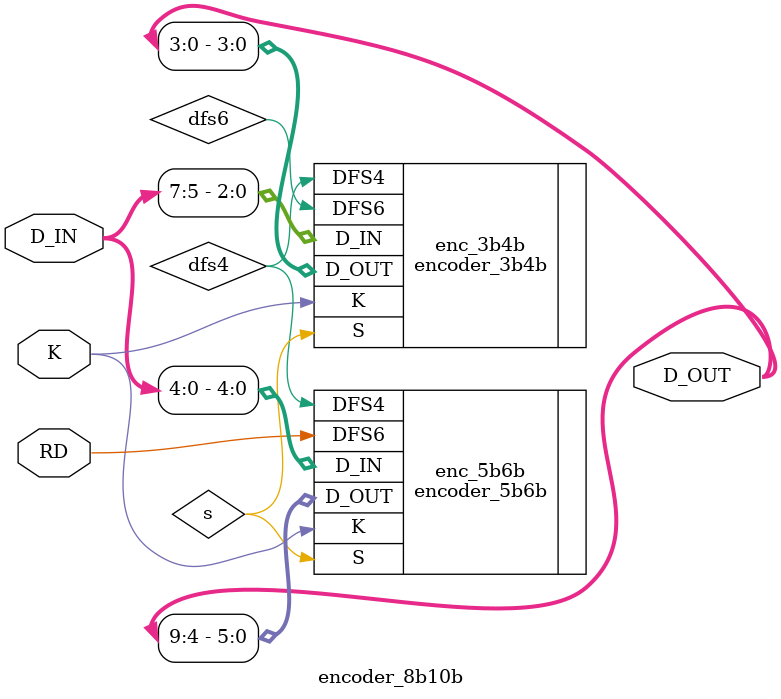
<source format=sv>
module encoder_8b10b (
  input        RD   ,
  input        K    ,
  input  [7:0] D_IN ,
  output [9:0] D_OUT
);

  logic s, dfs4, dfs6;

  encoder_5b6b enc_5b6b (
    .DFS6 (RD        ),
    .K    (K         ),
    .D_IN (D_IN[4:0] ),
    .S    (s         ),
    .DFS4 (dfs4      ),
    .D_OUT(D_OUT[9:4])
  );

  encoder_3b4b enc_3b4b (
    .DFS4 (dfs4      ),
    .K    (K         ),
    .S    (s         ),
    .D_IN (D_IN[7:5] ),
    .DFS6 (dfs6      ),
    .D_OUT(D_OUT[3:0])
  );

endmodule
</source>
